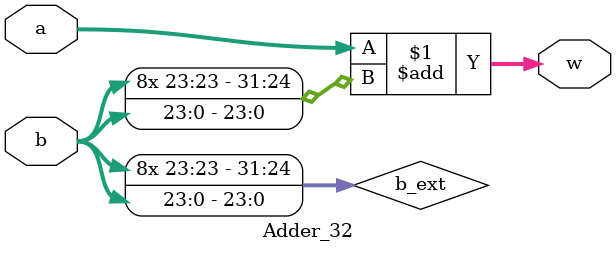
<source format=v>
module Adder_32(
    input  [31:0] a,
    input  [23:0] b, 
    output [31:0] w
);
    wire [31:0] b_ext;

    assign b_ext = {{8{b[23]}}, b};  

    assign w = a + b_ext;
endmodule

</source>
